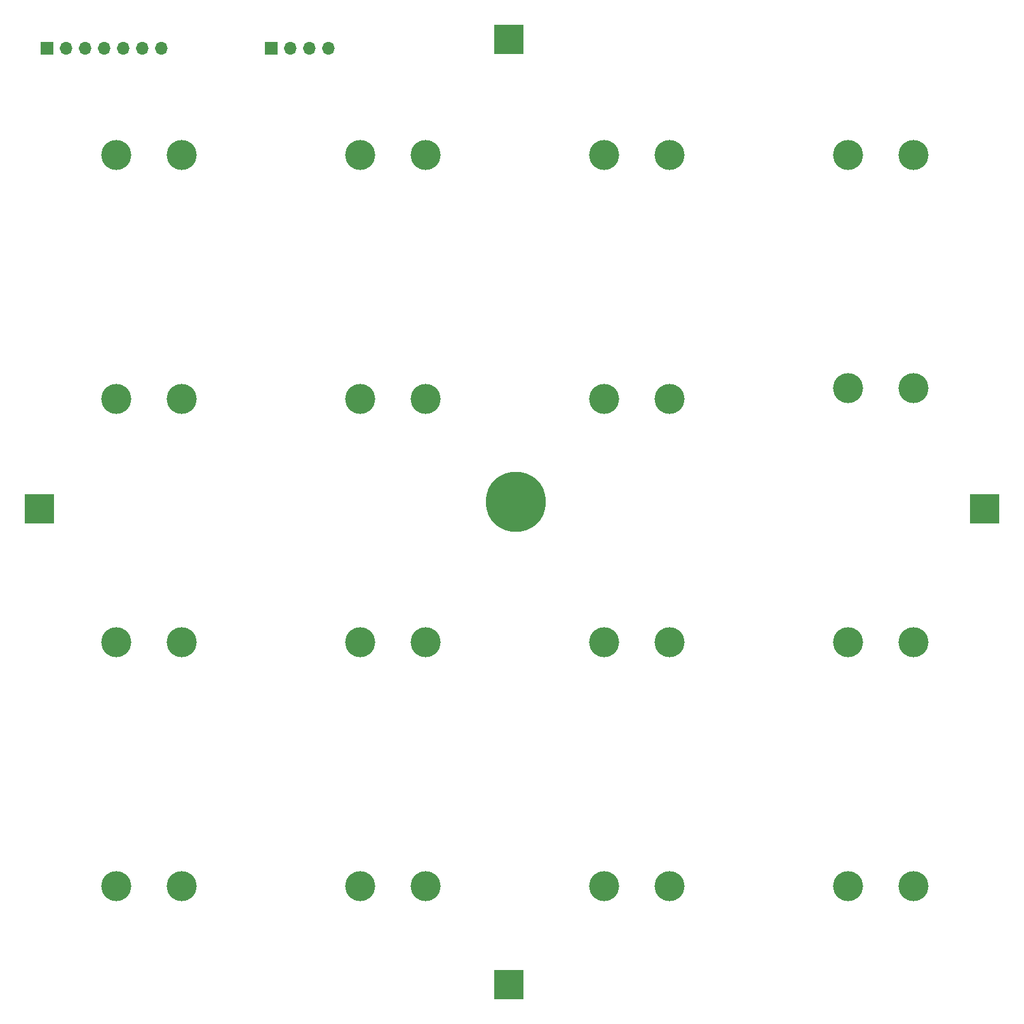
<source format=gbr>
%TF.GenerationSoftware,KiCad,Pcbnew,(5.1.7-0-10_14)*%
%TF.CreationDate,2020-11-04T15:25:09-03:00*%
%TF.ProjectId,Aracde button 24mm 4x4 - 3,41726163-6465-4206-9275-74746f6e2032,rev?*%
%TF.SameCoordinates,Original*%
%TF.FileFunction,Soldermask,Bot*%
%TF.FilePolarity,Negative*%
%FSLAX46Y46*%
G04 Gerber Fmt 4.6, Leading zero omitted, Abs format (unit mm)*
G04 Created by KiCad (PCBNEW (5.1.7-0-10_14)) date 2020-11-04 15:25:09*
%MOMM*%
%LPD*%
G01*
G04 APERTURE LIST*
%ADD10C,4.000000*%
%ADD11C,8.000000*%
%ADD12R,4.000000X4.000000*%
%ADD13R,1.700000X1.700000*%
%ADD14O,1.700000X1.700000*%
G04 APERTURE END LIST*
D10*
%TO.C,SW7*%
X99750000Y-132400000D03*
X108500000Y-132400000D03*
%TD*%
%TO.C,SW2*%
X67250000Y-99900000D03*
X76000000Y-99900000D03*
%TD*%
%TO.C,SW5*%
X99750000Y-67400000D03*
X108500000Y-67400000D03*
%TD*%
%TO.C,SW16*%
X164750000Y-164900000D03*
X173500000Y-164900000D03*
%TD*%
%TO.C,SW6*%
X99750000Y-99900000D03*
X108500000Y-99900000D03*
%TD*%
D11*
%TO.C,REF\u002A\u002A*%
X120500000Y-113650000D03*
%TD*%
D10*
%TO.C,SW1*%
X76000000Y-67400000D03*
X67250000Y-67400000D03*
%TD*%
D12*
%TO.C,REF\u002A\u002A*%
X119600000Y-178000000D03*
%TD*%
%TO.C,REF\u002A\u002A*%
X119600000Y-52000000D03*
%TD*%
%TO.C,REF\u002A\u002A*%
X183000000Y-114550000D03*
%TD*%
%TO.C,REF\u002A\u002A*%
X57000000Y-114550000D03*
%TD*%
D10*
%TO.C,SW3*%
X67250000Y-132400000D03*
X76000000Y-132400000D03*
%TD*%
%TO.C,SW4*%
X67250000Y-164900000D03*
X76000000Y-164900000D03*
%TD*%
%TO.C,SW8*%
X99750000Y-164900000D03*
X108500000Y-164900000D03*
%TD*%
%TO.C,SW9*%
X132250000Y-67400000D03*
X141000000Y-67400000D03*
%TD*%
%TO.C,SW10*%
X132250000Y-99900000D03*
X141000000Y-99900000D03*
%TD*%
%TO.C,SW11*%
X132250000Y-132400000D03*
X141000000Y-132400000D03*
%TD*%
%TO.C,SW12*%
X132250000Y-164900000D03*
X141000000Y-164900000D03*
%TD*%
%TO.C,SW13*%
X164750000Y-67400000D03*
X173500000Y-67400000D03*
%TD*%
%TO.C,SW14*%
X164750000Y-98500000D03*
X173500000Y-98500000D03*
%TD*%
%TO.C,SW15*%
X164750000Y-132400000D03*
X173500000Y-132400000D03*
%TD*%
D13*
%TO.C,4067_pins1*%
X58000000Y-53200000D03*
D14*
X60540000Y-53200000D03*
X63080000Y-53200000D03*
X65620000Y-53200000D03*
X68160000Y-53200000D03*
X70700000Y-53200000D03*
X73240000Y-53200000D03*
%TD*%
D13*
%TO.C,ws2812b_pins4*%
X87900000Y-53200000D03*
D14*
X90440000Y-53200000D03*
X92980000Y-53200000D03*
X95520000Y-53200000D03*
%TD*%
M02*

</source>
